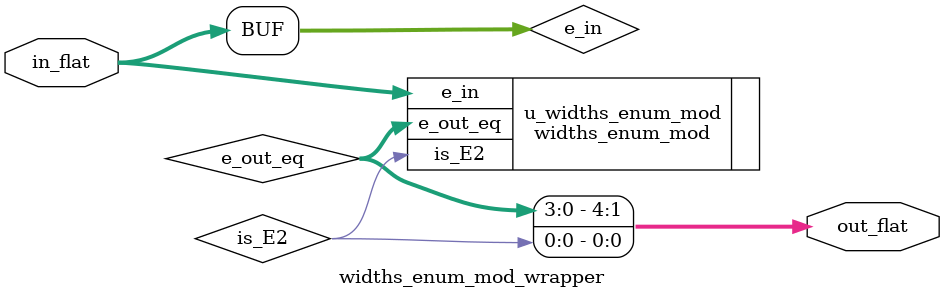
<source format=sv>

module widths_enum_mod_wrapper (
    input  wire [3:0] in_flat,
    output wire [4:0] out_flat
);

  // Slice `in_flat` into original inputs
  wire [3:0] e_in = in_flat[3:0];

  // Wires to capture original module outputs
  wire [3:0] e_out_eq;
  wire is_E2;

  // Instantiate the original module
  widths_enum_mod u_widths_enum_mod (
    .e_in(e_in),
    .e_out_eq(e_out_eq),
    .is_E2(is_E2)
  );

  // Pack original outputs into `out_flat`
  assign out_flat[4:1] = e_out_eq;
  assign out_flat[0] = is_E2;

endmodule  // widths_enum_mod_wrapper
</source>
